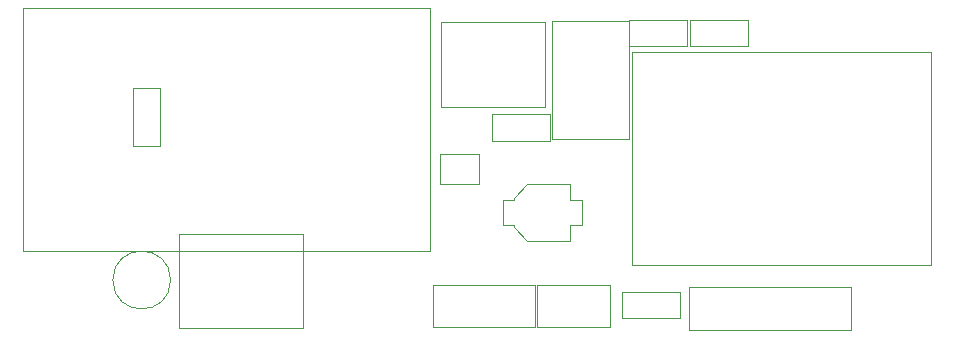
<source format=gbr>
G04 #@! TF.GenerationSoftware,KiCad,Pcbnew,(5.1.5-0-10_14)*
G04 #@! TF.CreationDate,2020-04-24T15:56:46+02:00*
G04 #@! TF.ProjectId,ESP8266-PowerMonitor,45535038-3236-4362-9d50-6f7765724d6f,rev?*
G04 #@! TF.SameCoordinates,Original*
G04 #@! TF.FileFunction,Other,User*
%FSLAX46Y46*%
G04 Gerber Fmt 4.6, Leading zero omitted, Abs format (unit mm)*
G04 Created by KiCad (PCBNEW (5.1.5-0-10_14)) date 2020-04-24 15:56:46*
%MOMM*%
%LPD*%
G04 APERTURE LIST*
%ADD10C,0.050000*%
G04 APERTURE END LIST*
D10*
X120050000Y-113700000D02*
G75*
G03X120050000Y-113700000I-2450000J0D01*
G01*
X153900000Y-105600000D02*
X153900000Y-106950000D01*
X153900000Y-106950000D02*
X154850000Y-106950000D01*
X154850000Y-106950000D02*
X154850000Y-109050000D01*
X154850000Y-109050000D02*
X153900000Y-109050000D01*
X153900000Y-109050000D02*
X153900000Y-110400000D01*
X150250000Y-110400000D02*
X153900000Y-110400000D01*
X150250000Y-105600000D02*
X153900000Y-105600000D01*
X149100000Y-109250000D02*
X150250000Y-110400000D01*
X149100000Y-106750000D02*
X150250000Y-105600000D01*
X149100000Y-106750000D02*
X149100000Y-106950000D01*
X149100000Y-109050000D02*
X149100000Y-109250000D01*
X149100000Y-106950000D02*
X148150000Y-106950000D01*
X148150000Y-106950000D02*
X148150000Y-109050000D01*
X148150000Y-109050000D02*
X149100000Y-109050000D01*
X152162500Y-101920000D02*
X147262500Y-101920000D01*
X152162500Y-99680000D02*
X152162500Y-101920000D01*
X147262500Y-99680000D02*
X152162500Y-99680000D01*
X147262500Y-101920000D02*
X147262500Y-99680000D01*
X116880000Y-97437500D02*
X119120000Y-97437500D01*
X119120000Y-97437500D02*
X119120000Y-102337500D01*
X119120000Y-102337500D02*
X116880000Y-102337500D01*
X116880000Y-102337500D02*
X116880000Y-97437500D01*
X151100000Y-117700000D02*
X157250000Y-117700000D01*
X157250000Y-117700000D02*
X157250000Y-114100000D01*
X157250000Y-114100000D02*
X151100000Y-114100000D01*
X151100000Y-114100000D02*
X151100000Y-117700000D01*
X163900000Y-117900000D02*
X177650000Y-117900000D01*
X177650000Y-117900000D02*
X177650000Y-114300000D01*
X177650000Y-114300000D02*
X163900000Y-114300000D01*
X163900000Y-114300000D02*
X163900000Y-117900000D01*
X120790000Y-109800000D02*
X131290000Y-109800000D01*
X120790000Y-109800000D02*
X120790000Y-117800000D01*
X131290000Y-117800000D02*
X131290000Y-109800000D01*
X131290000Y-117800000D02*
X120790000Y-117800000D01*
X142825000Y-103050000D02*
X146125000Y-103050000D01*
X142825000Y-103050000D02*
X142825000Y-105550000D01*
X146125000Y-105550000D02*
X146125000Y-103050000D01*
X146125000Y-105550000D02*
X142825000Y-105550000D01*
X107550000Y-111200000D02*
X142050000Y-111200000D01*
X142050000Y-111200000D02*
X142050000Y-90700000D01*
X142050000Y-90700000D02*
X107550000Y-90700000D01*
X107550000Y-90700000D02*
X107550000Y-111200000D01*
X158850000Y-93920000D02*
X158850000Y-91680000D01*
X158850000Y-91680000D02*
X163750000Y-91680000D01*
X163750000Y-91680000D02*
X163750000Y-93920000D01*
X163750000Y-93920000D02*
X158850000Y-93920000D01*
X168937500Y-93920000D02*
X164037500Y-93920000D01*
X168937500Y-91680000D02*
X168937500Y-93920000D01*
X164037500Y-91680000D02*
X168937500Y-91680000D01*
X164037500Y-93920000D02*
X164037500Y-91680000D01*
X163137500Y-116920000D02*
X158237500Y-116920000D01*
X163137500Y-114680000D02*
X163137500Y-116920000D01*
X158237500Y-114680000D02*
X163137500Y-114680000D01*
X158237500Y-116920000D02*
X158237500Y-114680000D01*
X152350000Y-101800000D02*
X158850000Y-101800000D01*
X158850000Y-91800000D02*
X152350000Y-91800000D01*
X152350000Y-91800000D02*
X152350000Y-101800000D01*
X158850000Y-91800000D02*
X158850000Y-101800000D01*
X151750000Y-91850000D02*
X142950000Y-91850000D01*
X151750000Y-99050000D02*
X151750000Y-91850000D01*
X142950000Y-99050000D02*
X151750000Y-99050000D01*
X142950000Y-91850000D02*
X142950000Y-99050000D01*
X184400000Y-94350000D02*
X184400000Y-112450000D01*
X184400000Y-112450000D02*
X159100000Y-112450000D01*
X159100000Y-112450000D02*
X159100000Y-94350000D01*
X159100000Y-94350000D02*
X184400000Y-94350000D01*
X150900000Y-114100000D02*
X142250000Y-114100000D01*
X142250000Y-114100000D02*
X142250000Y-117700000D01*
X142250000Y-117700000D02*
X150900000Y-117700000D01*
X150900000Y-117700000D02*
X150900000Y-114100000D01*
M02*

</source>
